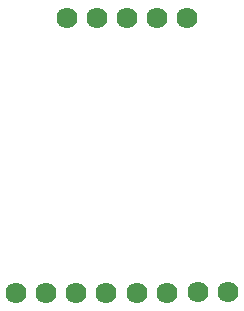
<source format=gbl>
G04 (created by PCBNEW (2013-07-07 BZR 4022)-stable) date 11/19/2014 12:35:41 PM*
%MOIN*%
G04 Gerber Fmt 3.4, Leading zero omitted, Abs format*
%FSLAX34Y34*%
G01*
G70*
G90*
G04 APERTURE LIST*
%ADD10C,0.00590551*%
%ADD11C,0.0700787*%
G04 APERTURE END LIST*
G54D10*
G54D11*
X67787Y-54035D03*
X68781Y-54025D03*
X69785Y-54025D03*
X70788Y-54025D03*
X71810Y-54032D03*
X72818Y-54025D03*
X73826Y-54005D03*
X74834Y-54010D03*
X69485Y-44860D03*
X70478Y-44850D03*
X71482Y-44850D03*
X72486Y-44850D03*
X73490Y-44850D03*
M02*

</source>
